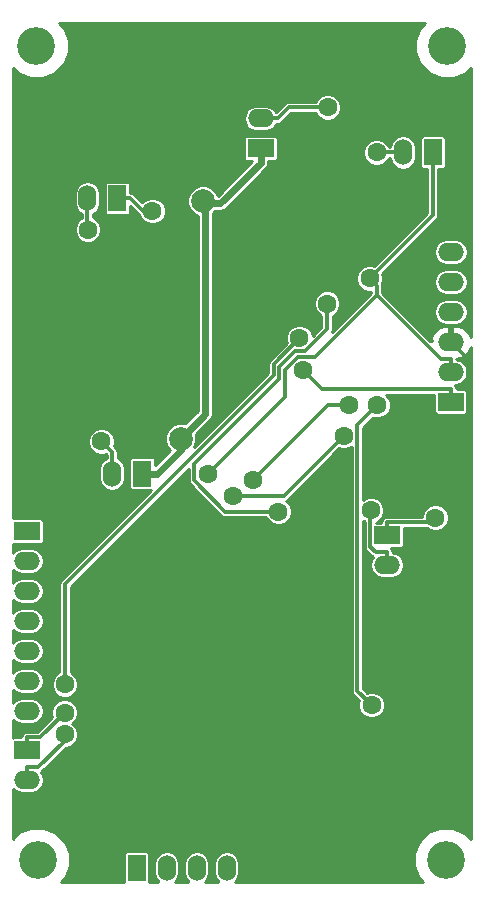
<source format=gbl>
G04 (created by PCBNEW (2013-mar-13)-testing) date Wed 06 Nov 2013 09:32:46 AM CET*
%MOIN*%
G04 Gerber Fmt 3.4, Leading zero omitted, Abs format*
%FSLAX34Y34*%
G01*
G70*
G90*
G04 APERTURE LIST*
%ADD10C,0.005906*%
%ADD11R,0.060000X0.086600*%
%ADD12O,0.060000X0.086600*%
%ADD13R,0.086600X0.060000*%
%ADD14O,0.086600X0.060000*%
%ADD15C,0.126000*%
%ADD16C,0.062992*%
%ADD17C,0.078740*%
%ADD18C,0.011811*%
%ADD19C,0.023622*%
%ADD20C,0.010000*%
G04 APERTURE END LIST*
G54D10*
G54D11*
X56759Y-25039D03*
G54D12*
X55759Y-25039D03*
G54D13*
X43228Y-37669D03*
G54D14*
X43228Y-38669D03*
X43228Y-39669D03*
X43228Y-40669D03*
X43228Y-41669D03*
X43228Y-42669D03*
X43228Y-43669D03*
G54D13*
X43228Y-44972D03*
G54D14*
X43228Y-45972D03*
G54D13*
X57362Y-33366D03*
G54D14*
X57362Y-32366D03*
X57362Y-31366D03*
X57362Y-30366D03*
X57362Y-29366D03*
X57362Y-28366D03*
G54D13*
X55236Y-37807D03*
G54D14*
X55236Y-38807D03*
G54D11*
X47074Y-35748D03*
G54D12*
X46074Y-35748D03*
G54D13*
X51023Y-24909D03*
G54D14*
X51023Y-23909D03*
G54D11*
X46248Y-26574D03*
G54D12*
X45248Y-26574D03*
G54D11*
X46885Y-48897D03*
G54D12*
X47885Y-48897D03*
X48885Y-48897D03*
X49885Y-48897D03*
G54D15*
X57244Y-21496D03*
X43582Y-48622D03*
X57204Y-48622D03*
X43543Y-21496D03*
G54D16*
X49254Y-35763D03*
X54650Y-29239D03*
G54D17*
X49096Y-26657D03*
X48355Y-34579D03*
G54D16*
X53980Y-33468D03*
X50780Y-35960D03*
X52315Y-31227D03*
X44495Y-42774D03*
X53790Y-34485D03*
X50106Y-36489D03*
X52437Y-32307D03*
X53234Y-30078D03*
X51606Y-37012D03*
X54913Y-33464D03*
X54717Y-43462D03*
X55239Y-35845D03*
X44483Y-44444D03*
X53256Y-23535D03*
X45264Y-27612D03*
X45708Y-34675D03*
X47412Y-26994D03*
X44484Y-43715D03*
X54883Y-25039D03*
X54702Y-36967D03*
X56844Y-37217D03*
G54D18*
X57362Y-32366D02*
X57362Y-31936D01*
X56759Y-27129D02*
X54650Y-29239D01*
X56759Y-25039D02*
X56759Y-27129D01*
X57023Y-31936D02*
X57362Y-31936D01*
X54891Y-29804D02*
X57023Y-31936D01*
X54891Y-29480D02*
X54650Y-29239D01*
X54891Y-29804D02*
X54891Y-29480D01*
X51836Y-33180D02*
X49254Y-35763D01*
X51836Y-32278D02*
X51836Y-33180D01*
X52252Y-31862D02*
X51836Y-32278D01*
X52834Y-31862D02*
X52252Y-31862D01*
X54891Y-29804D02*
X52834Y-31862D01*
G54D19*
X51023Y-24909D02*
X51023Y-25398D01*
X49096Y-26657D02*
X49179Y-26741D01*
X49680Y-26741D02*
X51023Y-25398D01*
X49179Y-26741D02*
X49680Y-26741D01*
X47074Y-35748D02*
X47563Y-35748D01*
X48355Y-34956D02*
X48355Y-34579D01*
X47563Y-35748D02*
X48355Y-34956D01*
X49179Y-33755D02*
X48355Y-34579D01*
X49179Y-26741D02*
X49179Y-33755D01*
G54D18*
X53273Y-33468D02*
X53980Y-33468D01*
X50780Y-35960D02*
X53273Y-33468D01*
X44495Y-39438D02*
X44495Y-42774D01*
X51458Y-32475D02*
X44495Y-39438D01*
X51458Y-32084D02*
X51458Y-32475D01*
X52315Y-31227D02*
X51458Y-32084D01*
X51785Y-36489D02*
X53790Y-34485D01*
X50106Y-36489D02*
X51785Y-36489D01*
X57362Y-33366D02*
X57362Y-32936D01*
X53066Y-32936D02*
X52437Y-32307D01*
X57362Y-32936D02*
X53066Y-32936D01*
X49839Y-37012D02*
X51606Y-37012D01*
X48804Y-35977D02*
X49839Y-37012D01*
X48804Y-35423D02*
X48804Y-35977D01*
X51647Y-32579D02*
X48804Y-35423D01*
X51647Y-32199D02*
X51647Y-32579D01*
X52174Y-31672D02*
X51647Y-32199D01*
X52502Y-31672D02*
X52174Y-31672D01*
X53234Y-30941D02*
X52502Y-31672D01*
X53234Y-30078D02*
X53234Y-30941D01*
X54237Y-34140D02*
X54913Y-33464D01*
X54237Y-42982D02*
X54237Y-34140D01*
X54717Y-43462D02*
X54237Y-42982D01*
X55825Y-35845D02*
X55239Y-35845D01*
X57925Y-33745D02*
X55825Y-35845D01*
X57925Y-31929D02*
X57925Y-33745D01*
X57362Y-31366D02*
X57925Y-31929D01*
X43598Y-45542D02*
X43228Y-45542D01*
X44483Y-44658D02*
X43598Y-45542D01*
X44483Y-44444D02*
X44483Y-44658D01*
X43228Y-45972D02*
X43228Y-45542D01*
X51023Y-23909D02*
X51586Y-23909D01*
X51960Y-23535D02*
X53256Y-23535D01*
X51586Y-23909D02*
X51960Y-23535D01*
X45248Y-27596D02*
X45248Y-26574D01*
X45264Y-27612D02*
X45248Y-27596D01*
X46074Y-35042D02*
X45708Y-34675D01*
X46074Y-35748D02*
X46074Y-35042D01*
X47097Y-26994D02*
X47412Y-26994D01*
X46678Y-26574D02*
X47097Y-26994D01*
X46248Y-26574D02*
X46678Y-26574D01*
X43228Y-44972D02*
X43228Y-44542D01*
X43658Y-44542D02*
X44484Y-43715D01*
X43228Y-44542D02*
X43658Y-44542D01*
X55759Y-25039D02*
X54883Y-25039D01*
X55236Y-38807D02*
X55236Y-38377D01*
X54865Y-38377D02*
X55236Y-38377D01*
X54673Y-38184D02*
X54865Y-38377D01*
X54673Y-36996D02*
X54673Y-38184D01*
X54702Y-36967D02*
X54673Y-36996D01*
X55236Y-37807D02*
X55236Y-37377D01*
X56685Y-37377D02*
X56844Y-37217D01*
X55236Y-37377D02*
X56685Y-37377D01*
G54D10*
G36*
X58020Y-47919D02*
X57813Y-47712D01*
X57419Y-47548D01*
X56992Y-47547D01*
X56597Y-47711D01*
X56294Y-48012D01*
X56130Y-48407D01*
X56130Y-48834D01*
X56293Y-49229D01*
X56423Y-49359D01*
X50167Y-49359D01*
X50188Y-49344D01*
X50281Y-49205D01*
X50314Y-49041D01*
X50314Y-48753D01*
X50281Y-48589D01*
X50188Y-48450D01*
X50049Y-48357D01*
X49885Y-48324D01*
X49721Y-48357D01*
X49582Y-48450D01*
X49489Y-48589D01*
X49457Y-48753D01*
X49457Y-49041D01*
X49489Y-49205D01*
X49582Y-49344D01*
X49604Y-49359D01*
X49167Y-49359D01*
X49188Y-49344D01*
X49281Y-49205D01*
X49314Y-49041D01*
X49314Y-48753D01*
X49281Y-48589D01*
X49188Y-48450D01*
X49049Y-48357D01*
X48885Y-48324D01*
X48721Y-48357D01*
X48582Y-48450D01*
X48489Y-48589D01*
X48457Y-48753D01*
X48457Y-49041D01*
X48489Y-49205D01*
X48582Y-49344D01*
X48604Y-49359D01*
X48167Y-49359D01*
X48188Y-49344D01*
X48281Y-49205D01*
X48314Y-49041D01*
X48314Y-48753D01*
X48281Y-48589D01*
X48188Y-48450D01*
X48049Y-48357D01*
X47885Y-48324D01*
X47721Y-48357D01*
X47582Y-48450D01*
X47489Y-48589D01*
X47457Y-48753D01*
X47457Y-49041D01*
X47489Y-49205D01*
X47582Y-49344D01*
X47604Y-49359D01*
X47313Y-49359D01*
X47314Y-49356D01*
X47314Y-49305D01*
X47314Y-48439D01*
X47294Y-48391D01*
X47258Y-48355D01*
X47211Y-48335D01*
X47160Y-48335D01*
X46560Y-48335D01*
X46512Y-48355D01*
X46476Y-48391D01*
X46457Y-48439D01*
X46457Y-48490D01*
X46457Y-49356D01*
X46458Y-49359D01*
X44364Y-49359D01*
X44492Y-49231D01*
X44656Y-48836D01*
X44656Y-48409D01*
X44493Y-48014D01*
X44191Y-47712D01*
X43797Y-47548D01*
X43369Y-47547D01*
X42975Y-47711D01*
X42766Y-47919D01*
X42766Y-46253D01*
X42781Y-46275D01*
X42920Y-46368D01*
X43084Y-46401D01*
X43372Y-46401D01*
X43536Y-46368D01*
X43675Y-46275D01*
X43768Y-46136D01*
X43801Y-45972D01*
X43768Y-45808D01*
X43695Y-45699D01*
X43731Y-45675D01*
X44519Y-44887D01*
X44571Y-44887D01*
X44734Y-44820D01*
X44859Y-44695D01*
X44926Y-44532D01*
X44926Y-44356D01*
X44859Y-44193D01*
X44747Y-44080D01*
X44860Y-43967D01*
X44928Y-43804D01*
X44928Y-43628D01*
X44861Y-43464D01*
X44736Y-43340D01*
X44573Y-43272D01*
X44396Y-43272D01*
X44233Y-43339D01*
X44108Y-43464D01*
X44041Y-43627D01*
X44041Y-43803D01*
X44067Y-43867D01*
X43580Y-44354D01*
X43228Y-44354D01*
X43156Y-44368D01*
X43095Y-44409D01*
X43054Y-44470D01*
X43040Y-44542D01*
X43040Y-44543D01*
X42769Y-44543D01*
X42766Y-44545D01*
X42766Y-43950D01*
X42781Y-43972D01*
X42920Y-44065D01*
X43084Y-44098D01*
X43372Y-44098D01*
X43536Y-44065D01*
X43675Y-43972D01*
X43768Y-43833D01*
X43801Y-43669D01*
X43768Y-43505D01*
X43675Y-43366D01*
X43536Y-43273D01*
X43372Y-43240D01*
X43084Y-43240D01*
X42920Y-43273D01*
X42781Y-43366D01*
X42766Y-43388D01*
X42766Y-42950D01*
X42781Y-42972D01*
X42920Y-43065D01*
X43084Y-43098D01*
X43372Y-43098D01*
X43536Y-43065D01*
X43675Y-42972D01*
X43768Y-42833D01*
X43801Y-42669D01*
X43768Y-42505D01*
X43675Y-42366D01*
X43536Y-42273D01*
X43372Y-42240D01*
X43084Y-42240D01*
X42920Y-42273D01*
X42781Y-42366D01*
X42766Y-42388D01*
X42766Y-41950D01*
X42781Y-41972D01*
X42920Y-42065D01*
X43084Y-42098D01*
X43372Y-42098D01*
X43536Y-42065D01*
X43675Y-41972D01*
X43768Y-41833D01*
X43801Y-41669D01*
X43768Y-41505D01*
X43675Y-41366D01*
X43536Y-41273D01*
X43372Y-41240D01*
X43084Y-41240D01*
X42920Y-41273D01*
X42781Y-41366D01*
X42766Y-41388D01*
X42766Y-40950D01*
X42781Y-40972D01*
X42920Y-41065D01*
X43084Y-41098D01*
X43372Y-41098D01*
X43536Y-41065D01*
X43675Y-40972D01*
X43768Y-40833D01*
X43801Y-40669D01*
X43768Y-40505D01*
X43675Y-40366D01*
X43536Y-40273D01*
X43372Y-40240D01*
X43084Y-40240D01*
X42920Y-40273D01*
X42781Y-40366D01*
X42766Y-40388D01*
X42766Y-39950D01*
X42781Y-39972D01*
X42920Y-40065D01*
X43084Y-40098D01*
X43372Y-40098D01*
X43536Y-40065D01*
X43675Y-39972D01*
X43768Y-39833D01*
X43801Y-39669D01*
X43768Y-39505D01*
X43675Y-39366D01*
X43536Y-39273D01*
X43372Y-39240D01*
X43084Y-39240D01*
X42920Y-39273D01*
X42781Y-39366D01*
X42766Y-39388D01*
X42766Y-38950D01*
X42781Y-38972D01*
X42920Y-39065D01*
X43084Y-39098D01*
X43372Y-39098D01*
X43536Y-39065D01*
X43675Y-38972D01*
X43768Y-38833D01*
X43801Y-38669D01*
X43768Y-38505D01*
X43675Y-38366D01*
X43536Y-38273D01*
X43372Y-38240D01*
X43084Y-38240D01*
X42920Y-38273D01*
X42781Y-38366D01*
X42766Y-38388D01*
X42766Y-38096D01*
X42769Y-38098D01*
X42820Y-38098D01*
X43686Y-38098D01*
X43734Y-38078D01*
X43770Y-38042D01*
X43790Y-37994D01*
X43790Y-37943D01*
X43790Y-37343D01*
X43770Y-37296D01*
X43734Y-37260D01*
X43686Y-37240D01*
X43635Y-37240D01*
X42769Y-37240D01*
X42766Y-37241D01*
X42766Y-22238D01*
X42934Y-22406D01*
X43328Y-22569D01*
X43756Y-22570D01*
X44150Y-22407D01*
X44453Y-22105D01*
X44617Y-21710D01*
X44617Y-21283D01*
X44454Y-20888D01*
X44285Y-20719D01*
X56502Y-20719D01*
X56334Y-20886D01*
X56170Y-21281D01*
X56169Y-21708D01*
X56333Y-22103D01*
X56634Y-22406D01*
X57029Y-22569D01*
X57456Y-22570D01*
X57851Y-22407D01*
X58020Y-22238D01*
X58020Y-31198D01*
X57934Y-31041D01*
X57934Y-30366D01*
X57934Y-29366D01*
X57934Y-28366D01*
X57902Y-28202D01*
X57809Y-28062D01*
X57670Y-27970D01*
X57506Y-27937D01*
X57218Y-27937D01*
X57054Y-27970D01*
X56915Y-28062D01*
X56822Y-28202D01*
X56789Y-28366D01*
X56822Y-28530D01*
X56915Y-28669D01*
X57054Y-28762D01*
X57218Y-28794D01*
X57506Y-28794D01*
X57670Y-28762D01*
X57809Y-28669D01*
X57902Y-28530D01*
X57934Y-28366D01*
X57934Y-29366D01*
X57902Y-29202D01*
X57809Y-29062D01*
X57670Y-28970D01*
X57506Y-28937D01*
X57218Y-28937D01*
X57054Y-28970D01*
X56915Y-29062D01*
X56822Y-29202D01*
X56789Y-29366D01*
X56822Y-29530D01*
X56915Y-29669D01*
X57054Y-29762D01*
X57218Y-29794D01*
X57506Y-29794D01*
X57670Y-29762D01*
X57809Y-29669D01*
X57902Y-29530D01*
X57934Y-29366D01*
X57934Y-30366D01*
X57902Y-30202D01*
X57809Y-30062D01*
X57670Y-29970D01*
X57506Y-29937D01*
X57218Y-29937D01*
X57054Y-29970D01*
X56915Y-30062D01*
X56822Y-30202D01*
X56789Y-30366D01*
X56822Y-30530D01*
X56915Y-30669D01*
X57054Y-30762D01*
X57218Y-30794D01*
X57506Y-30794D01*
X57670Y-30762D01*
X57809Y-30669D01*
X57902Y-30530D01*
X57934Y-30366D01*
X57934Y-31041D01*
X57919Y-31012D01*
X57751Y-30877D01*
X57545Y-30816D01*
X57412Y-30816D01*
X57412Y-31316D01*
X57420Y-31316D01*
X57420Y-31416D01*
X57412Y-31416D01*
X57412Y-31424D01*
X57312Y-31424D01*
X57312Y-31416D01*
X57304Y-31416D01*
X57304Y-31316D01*
X57312Y-31316D01*
X57312Y-30816D01*
X57179Y-30816D01*
X56972Y-30877D01*
X56804Y-31012D01*
X56701Y-31201D01*
X56696Y-31231D01*
X56744Y-31316D01*
X56679Y-31316D01*
X56679Y-31326D01*
X55079Y-29726D01*
X55079Y-29480D01*
X55065Y-29408D01*
X55062Y-29404D01*
X55093Y-29327D01*
X55093Y-29151D01*
X55067Y-29087D01*
X56892Y-27262D01*
X56933Y-27201D01*
X56933Y-27201D01*
X56947Y-27129D01*
X56947Y-25601D01*
X57085Y-25601D01*
X57132Y-25581D01*
X57168Y-25545D01*
X57188Y-25497D01*
X57188Y-25446D01*
X57188Y-24580D01*
X57168Y-24533D01*
X57132Y-24497D01*
X57085Y-24477D01*
X57034Y-24477D01*
X56434Y-24477D01*
X56386Y-24497D01*
X56350Y-24533D01*
X56331Y-24580D01*
X56331Y-24631D01*
X56331Y-25497D01*
X56350Y-25545D01*
X56386Y-25581D01*
X56434Y-25601D01*
X56485Y-25601D01*
X56572Y-25601D01*
X56572Y-27051D01*
X56188Y-27435D01*
X56188Y-25183D01*
X56188Y-24895D01*
X56155Y-24731D01*
X56063Y-24592D01*
X55923Y-24499D01*
X55759Y-24466D01*
X55595Y-24499D01*
X55456Y-24592D01*
X55363Y-24731D01*
X55339Y-24851D01*
X55285Y-24851D01*
X55259Y-24788D01*
X55134Y-24663D01*
X54971Y-24595D01*
X54795Y-24595D01*
X54632Y-24662D01*
X54507Y-24787D01*
X54439Y-24950D01*
X54439Y-25127D01*
X54506Y-25290D01*
X54631Y-25415D01*
X54794Y-25482D01*
X54970Y-25483D01*
X55134Y-25415D01*
X55259Y-25291D01*
X55285Y-25227D01*
X55339Y-25227D01*
X55363Y-25347D01*
X55456Y-25486D01*
X55595Y-25579D01*
X55759Y-25612D01*
X55923Y-25579D01*
X56063Y-25486D01*
X56155Y-25347D01*
X56188Y-25183D01*
X56188Y-27435D01*
X54802Y-28821D01*
X54738Y-28795D01*
X54562Y-28795D01*
X54399Y-28862D01*
X54274Y-28987D01*
X54206Y-29150D01*
X54206Y-29327D01*
X54273Y-29490D01*
X54398Y-29615D01*
X54561Y-29682D01*
X54703Y-29682D01*
X54703Y-29726D01*
X53700Y-30730D01*
X53700Y-23447D01*
X53632Y-23284D01*
X53508Y-23159D01*
X53344Y-23092D01*
X53168Y-23092D01*
X53005Y-23159D01*
X52880Y-23284D01*
X52853Y-23347D01*
X51960Y-23347D01*
X51888Y-23362D01*
X51827Y-23402D01*
X51532Y-23698D01*
X51470Y-23606D01*
X51331Y-23513D01*
X51167Y-23480D01*
X50879Y-23480D01*
X50715Y-23513D01*
X50576Y-23606D01*
X50483Y-23745D01*
X50450Y-23909D01*
X50483Y-24073D01*
X50576Y-24212D01*
X50715Y-24305D01*
X50879Y-24338D01*
X51167Y-24338D01*
X51331Y-24305D01*
X51470Y-24212D01*
X51547Y-24097D01*
X51586Y-24097D01*
X51658Y-24082D01*
X51719Y-24042D01*
X52038Y-23723D01*
X52853Y-23723D01*
X52879Y-23786D01*
X53004Y-23911D01*
X53167Y-23979D01*
X53344Y-23979D01*
X53507Y-23912D01*
X53632Y-23787D01*
X53699Y-23624D01*
X53700Y-23447D01*
X53700Y-30730D01*
X53389Y-31041D01*
X53408Y-31012D01*
X53422Y-30941D01*
X53422Y-30481D01*
X53485Y-30455D01*
X53610Y-30330D01*
X53678Y-30167D01*
X53678Y-29990D01*
X53611Y-29827D01*
X53486Y-29702D01*
X53323Y-29635D01*
X53146Y-29634D01*
X52983Y-29702D01*
X52858Y-29826D01*
X52791Y-29990D01*
X52791Y-30166D01*
X52858Y-30329D01*
X52983Y-30454D01*
X53047Y-30481D01*
X53047Y-30863D01*
X52758Y-31151D01*
X52758Y-31140D01*
X52691Y-30976D01*
X52566Y-30851D01*
X52403Y-30784D01*
X52227Y-30784D01*
X52064Y-30851D01*
X51939Y-30976D01*
X51871Y-31139D01*
X51871Y-31315D01*
X51897Y-31379D01*
X51325Y-31951D01*
X51285Y-32012D01*
X51270Y-32084D01*
X51270Y-32397D01*
X48801Y-34866D01*
X48877Y-34684D01*
X48877Y-34476D01*
X48857Y-34426D01*
X49354Y-33929D01*
X49407Y-33849D01*
X49407Y-33849D01*
X49426Y-33755D01*
X49426Y-27066D01*
X49504Y-26988D01*
X49680Y-26988D01*
X49775Y-26969D01*
X49775Y-26969D01*
X49855Y-26915D01*
X51198Y-25573D01*
X51251Y-25493D01*
X51251Y-25493D01*
X51270Y-25398D01*
X51270Y-25338D01*
X51482Y-25338D01*
X51529Y-25318D01*
X51565Y-25282D01*
X51585Y-25235D01*
X51585Y-25183D01*
X51585Y-24583D01*
X51565Y-24536D01*
X51529Y-24500D01*
X51482Y-24480D01*
X51431Y-24480D01*
X50565Y-24480D01*
X50517Y-24500D01*
X50481Y-24536D01*
X50461Y-24583D01*
X50461Y-24635D01*
X50461Y-25235D01*
X50481Y-25282D01*
X50517Y-25318D01*
X50565Y-25338D01*
X50616Y-25338D01*
X50734Y-25338D01*
X49589Y-26483D01*
X49539Y-26362D01*
X49392Y-26215D01*
X49200Y-26135D01*
X48992Y-26135D01*
X48800Y-26214D01*
X48653Y-26361D01*
X48573Y-26553D01*
X48573Y-26761D01*
X48652Y-26953D01*
X48799Y-27100D01*
X48932Y-27155D01*
X48932Y-33652D01*
X48508Y-34077D01*
X48459Y-34057D01*
X48251Y-34057D01*
X48059Y-34136D01*
X47912Y-34283D01*
X47856Y-34419D01*
X47856Y-26906D01*
X47788Y-26743D01*
X47664Y-26618D01*
X47501Y-26550D01*
X47324Y-26550D01*
X47161Y-26618D01*
X47074Y-26705D01*
X46810Y-26442D01*
X46749Y-26401D01*
X46678Y-26387D01*
X46676Y-26387D01*
X46676Y-26116D01*
X46657Y-26068D01*
X46620Y-26032D01*
X46573Y-26013D01*
X46522Y-26013D01*
X45922Y-26013D01*
X45875Y-26032D01*
X45838Y-26068D01*
X45819Y-26116D01*
X45819Y-26167D01*
X45819Y-27033D01*
X45838Y-27080D01*
X45875Y-27116D01*
X45922Y-27136D01*
X45973Y-27136D01*
X46573Y-27136D01*
X46620Y-27116D01*
X46657Y-27080D01*
X46676Y-27033D01*
X46676Y-26982D01*
X46676Y-26839D01*
X46964Y-27127D01*
X46995Y-27147D01*
X47035Y-27245D01*
X47160Y-27370D01*
X47323Y-27438D01*
X47500Y-27438D01*
X47663Y-27370D01*
X47788Y-27246D01*
X47855Y-27083D01*
X47856Y-26906D01*
X47856Y-34419D01*
X47832Y-34475D01*
X47832Y-34683D01*
X47911Y-34875D01*
X47999Y-34963D01*
X47503Y-35459D01*
X47503Y-35289D01*
X47483Y-35242D01*
X47447Y-35205D01*
X47400Y-35186D01*
X47349Y-35186D01*
X46749Y-35186D01*
X46701Y-35205D01*
X46665Y-35242D01*
X46646Y-35289D01*
X46646Y-35340D01*
X46646Y-36206D01*
X46665Y-36253D01*
X46701Y-36290D01*
X46749Y-36309D01*
X46800Y-36309D01*
X47358Y-36309D01*
X46503Y-37164D01*
X46503Y-35892D01*
X46503Y-35604D01*
X46470Y-35439D01*
X46377Y-35300D01*
X46262Y-35223D01*
X46262Y-35042D01*
X46248Y-34970D01*
X46207Y-34909D01*
X46125Y-34827D01*
X46152Y-34764D01*
X46152Y-34587D01*
X46084Y-34424D01*
X45960Y-34299D01*
X45797Y-34232D01*
X45707Y-34232D01*
X45707Y-27524D01*
X45640Y-27361D01*
X45515Y-27236D01*
X45435Y-27203D01*
X45435Y-27099D01*
X45551Y-27021D01*
X45644Y-26882D01*
X45676Y-26718D01*
X45676Y-26430D01*
X45644Y-26266D01*
X45551Y-26127D01*
X45412Y-26034D01*
X45248Y-26002D01*
X45083Y-26034D01*
X44944Y-26127D01*
X44851Y-26266D01*
X44819Y-26430D01*
X44819Y-26718D01*
X44851Y-26882D01*
X44944Y-27021D01*
X45060Y-27099D01*
X45060Y-27216D01*
X45013Y-27236D01*
X44888Y-27361D01*
X44820Y-27524D01*
X44820Y-27700D01*
X44887Y-27863D01*
X45012Y-27988D01*
X45175Y-28056D01*
X45351Y-28056D01*
X45515Y-27989D01*
X45639Y-27864D01*
X45707Y-27701D01*
X45707Y-27524D01*
X45707Y-34232D01*
X45620Y-34231D01*
X45457Y-34299D01*
X45332Y-34424D01*
X45264Y-34587D01*
X45264Y-34763D01*
X45332Y-34926D01*
X45456Y-35051D01*
X45619Y-35119D01*
X45796Y-35119D01*
X45860Y-35093D01*
X45887Y-35119D01*
X45887Y-35223D01*
X45771Y-35300D01*
X45678Y-35439D01*
X45646Y-35604D01*
X45646Y-35892D01*
X45678Y-36056D01*
X45771Y-36195D01*
X45910Y-36288D01*
X46074Y-36320D01*
X46238Y-36288D01*
X46377Y-36195D01*
X46470Y-36056D01*
X46503Y-35892D01*
X46503Y-37164D01*
X44362Y-39305D01*
X44322Y-39366D01*
X44307Y-39438D01*
X44307Y-42371D01*
X44244Y-42397D01*
X44119Y-42522D01*
X44052Y-42685D01*
X44051Y-42862D01*
X44119Y-43025D01*
X44244Y-43150D01*
X44407Y-43217D01*
X44583Y-43217D01*
X44746Y-43150D01*
X44871Y-43025D01*
X44939Y-42862D01*
X44939Y-42686D01*
X44872Y-42523D01*
X44747Y-42398D01*
X44683Y-42371D01*
X44683Y-39515D01*
X48616Y-35582D01*
X48616Y-35977D01*
X48631Y-36048D01*
X48671Y-36109D01*
X49706Y-37145D01*
X49767Y-37185D01*
X49839Y-37200D01*
X51203Y-37200D01*
X51229Y-37263D01*
X51354Y-37388D01*
X51517Y-37455D01*
X51694Y-37456D01*
X51857Y-37388D01*
X51982Y-37263D01*
X52049Y-37100D01*
X52050Y-36924D01*
X51982Y-36761D01*
X51873Y-36652D01*
X51918Y-36622D01*
X53638Y-34902D01*
X53701Y-34928D01*
X53878Y-34929D01*
X54041Y-34861D01*
X54049Y-34853D01*
X54049Y-42982D01*
X54063Y-43054D01*
X54104Y-43114D01*
X54300Y-43311D01*
X54274Y-43374D01*
X54274Y-43550D01*
X54341Y-43714D01*
X54466Y-43838D01*
X54629Y-43906D01*
X54805Y-43906D01*
X54968Y-43839D01*
X55093Y-43714D01*
X55161Y-43551D01*
X55161Y-43375D01*
X55094Y-43211D01*
X54969Y-43087D01*
X54806Y-43019D01*
X54629Y-43019D01*
X54566Y-43045D01*
X54424Y-42904D01*
X54424Y-37317D01*
X54450Y-37343D01*
X54485Y-37357D01*
X54485Y-38184D01*
X54499Y-38256D01*
X54540Y-38317D01*
X54732Y-38509D01*
X54768Y-38533D01*
X54696Y-38643D01*
X54663Y-38807D01*
X54696Y-38971D01*
X54789Y-39110D01*
X54928Y-39203D01*
X55092Y-39235D01*
X55380Y-39235D01*
X55544Y-39203D01*
X55683Y-39110D01*
X55776Y-38971D01*
X55808Y-38807D01*
X55776Y-38643D01*
X55683Y-38503D01*
X55544Y-38410D01*
X55424Y-38387D01*
X55424Y-38377D01*
X55409Y-38305D01*
X55369Y-38244D01*
X55356Y-38235D01*
X55694Y-38235D01*
X55742Y-38216D01*
X55778Y-38180D01*
X55797Y-38132D01*
X55797Y-38081D01*
X55797Y-37564D01*
X56564Y-37564D01*
X56593Y-37593D01*
X56756Y-37661D01*
X56932Y-37661D01*
X57095Y-37594D01*
X57220Y-37469D01*
X57288Y-37306D01*
X57288Y-37130D01*
X57221Y-36966D01*
X57096Y-36842D01*
X56933Y-36774D01*
X56756Y-36774D01*
X56593Y-36841D01*
X56468Y-36966D01*
X56401Y-37129D01*
X56401Y-37189D01*
X55236Y-37189D01*
X55164Y-37203D01*
X55103Y-37244D01*
X55062Y-37305D01*
X55048Y-37377D01*
X55048Y-37378D01*
X54869Y-37378D01*
X54953Y-37343D01*
X55078Y-37218D01*
X55145Y-37055D01*
X55146Y-36879D01*
X55078Y-36716D01*
X54953Y-36591D01*
X54790Y-36523D01*
X54614Y-36523D01*
X54451Y-36590D01*
X54424Y-36617D01*
X54424Y-34217D01*
X54761Y-33881D01*
X54824Y-33907D01*
X55000Y-33907D01*
X55164Y-33840D01*
X55289Y-33715D01*
X55356Y-33552D01*
X55356Y-33376D01*
X55289Y-33213D01*
X55200Y-33123D01*
X56800Y-33123D01*
X56800Y-33691D01*
X56820Y-33739D01*
X56856Y-33775D01*
X56903Y-33794D01*
X56954Y-33794D01*
X57820Y-33794D01*
X57868Y-33775D01*
X57904Y-33739D01*
X57923Y-33691D01*
X57923Y-33640D01*
X57923Y-33040D01*
X57904Y-32993D01*
X57868Y-32957D01*
X57820Y-32937D01*
X57769Y-32937D01*
X57550Y-32937D01*
X57550Y-32936D01*
X57535Y-32864D01*
X57494Y-32803D01*
X57482Y-32794D01*
X57506Y-32794D01*
X57670Y-32762D01*
X57809Y-32669D01*
X57902Y-32530D01*
X57934Y-32366D01*
X57902Y-32202D01*
X57809Y-32062D01*
X57670Y-31970D01*
X57550Y-31946D01*
X57550Y-31936D01*
X57545Y-31915D01*
X57751Y-31855D01*
X57919Y-31719D01*
X58020Y-31533D01*
X58020Y-47919D01*
X58020Y-47919D01*
G37*
G54D20*
X58020Y-47919D02*
X57813Y-47712D01*
X57419Y-47548D01*
X56992Y-47547D01*
X56597Y-47711D01*
X56294Y-48012D01*
X56130Y-48407D01*
X56130Y-48834D01*
X56293Y-49229D01*
X56423Y-49359D01*
X50167Y-49359D01*
X50188Y-49344D01*
X50281Y-49205D01*
X50314Y-49041D01*
X50314Y-48753D01*
X50281Y-48589D01*
X50188Y-48450D01*
X50049Y-48357D01*
X49885Y-48324D01*
X49721Y-48357D01*
X49582Y-48450D01*
X49489Y-48589D01*
X49457Y-48753D01*
X49457Y-49041D01*
X49489Y-49205D01*
X49582Y-49344D01*
X49604Y-49359D01*
X49167Y-49359D01*
X49188Y-49344D01*
X49281Y-49205D01*
X49314Y-49041D01*
X49314Y-48753D01*
X49281Y-48589D01*
X49188Y-48450D01*
X49049Y-48357D01*
X48885Y-48324D01*
X48721Y-48357D01*
X48582Y-48450D01*
X48489Y-48589D01*
X48457Y-48753D01*
X48457Y-49041D01*
X48489Y-49205D01*
X48582Y-49344D01*
X48604Y-49359D01*
X48167Y-49359D01*
X48188Y-49344D01*
X48281Y-49205D01*
X48314Y-49041D01*
X48314Y-48753D01*
X48281Y-48589D01*
X48188Y-48450D01*
X48049Y-48357D01*
X47885Y-48324D01*
X47721Y-48357D01*
X47582Y-48450D01*
X47489Y-48589D01*
X47457Y-48753D01*
X47457Y-49041D01*
X47489Y-49205D01*
X47582Y-49344D01*
X47604Y-49359D01*
X47313Y-49359D01*
X47314Y-49356D01*
X47314Y-49305D01*
X47314Y-48439D01*
X47294Y-48391D01*
X47258Y-48355D01*
X47211Y-48335D01*
X47160Y-48335D01*
X46560Y-48335D01*
X46512Y-48355D01*
X46476Y-48391D01*
X46457Y-48439D01*
X46457Y-48490D01*
X46457Y-49356D01*
X46458Y-49359D01*
X44364Y-49359D01*
X44492Y-49231D01*
X44656Y-48836D01*
X44656Y-48409D01*
X44493Y-48014D01*
X44191Y-47712D01*
X43797Y-47548D01*
X43369Y-47547D01*
X42975Y-47711D01*
X42766Y-47919D01*
X42766Y-46253D01*
X42781Y-46275D01*
X42920Y-46368D01*
X43084Y-46401D01*
X43372Y-46401D01*
X43536Y-46368D01*
X43675Y-46275D01*
X43768Y-46136D01*
X43801Y-45972D01*
X43768Y-45808D01*
X43695Y-45699D01*
X43731Y-45675D01*
X44519Y-44887D01*
X44571Y-44887D01*
X44734Y-44820D01*
X44859Y-44695D01*
X44926Y-44532D01*
X44926Y-44356D01*
X44859Y-44193D01*
X44747Y-44080D01*
X44860Y-43967D01*
X44928Y-43804D01*
X44928Y-43628D01*
X44861Y-43464D01*
X44736Y-43340D01*
X44573Y-43272D01*
X44396Y-43272D01*
X44233Y-43339D01*
X44108Y-43464D01*
X44041Y-43627D01*
X44041Y-43803D01*
X44067Y-43867D01*
X43580Y-44354D01*
X43228Y-44354D01*
X43156Y-44368D01*
X43095Y-44409D01*
X43054Y-44470D01*
X43040Y-44542D01*
X43040Y-44543D01*
X42769Y-44543D01*
X42766Y-44545D01*
X42766Y-43950D01*
X42781Y-43972D01*
X42920Y-44065D01*
X43084Y-44098D01*
X43372Y-44098D01*
X43536Y-44065D01*
X43675Y-43972D01*
X43768Y-43833D01*
X43801Y-43669D01*
X43768Y-43505D01*
X43675Y-43366D01*
X43536Y-43273D01*
X43372Y-43240D01*
X43084Y-43240D01*
X42920Y-43273D01*
X42781Y-43366D01*
X42766Y-43388D01*
X42766Y-42950D01*
X42781Y-42972D01*
X42920Y-43065D01*
X43084Y-43098D01*
X43372Y-43098D01*
X43536Y-43065D01*
X43675Y-42972D01*
X43768Y-42833D01*
X43801Y-42669D01*
X43768Y-42505D01*
X43675Y-42366D01*
X43536Y-42273D01*
X43372Y-42240D01*
X43084Y-42240D01*
X42920Y-42273D01*
X42781Y-42366D01*
X42766Y-42388D01*
X42766Y-41950D01*
X42781Y-41972D01*
X42920Y-42065D01*
X43084Y-42098D01*
X43372Y-42098D01*
X43536Y-42065D01*
X43675Y-41972D01*
X43768Y-41833D01*
X43801Y-41669D01*
X43768Y-41505D01*
X43675Y-41366D01*
X43536Y-41273D01*
X43372Y-41240D01*
X43084Y-41240D01*
X42920Y-41273D01*
X42781Y-41366D01*
X42766Y-41388D01*
X42766Y-40950D01*
X42781Y-40972D01*
X42920Y-41065D01*
X43084Y-41098D01*
X43372Y-41098D01*
X43536Y-41065D01*
X43675Y-40972D01*
X43768Y-40833D01*
X43801Y-40669D01*
X43768Y-40505D01*
X43675Y-40366D01*
X43536Y-40273D01*
X43372Y-40240D01*
X43084Y-40240D01*
X42920Y-40273D01*
X42781Y-40366D01*
X42766Y-40388D01*
X42766Y-39950D01*
X42781Y-39972D01*
X42920Y-40065D01*
X43084Y-40098D01*
X43372Y-40098D01*
X43536Y-40065D01*
X43675Y-39972D01*
X43768Y-39833D01*
X43801Y-39669D01*
X43768Y-39505D01*
X43675Y-39366D01*
X43536Y-39273D01*
X43372Y-39240D01*
X43084Y-39240D01*
X42920Y-39273D01*
X42781Y-39366D01*
X42766Y-39388D01*
X42766Y-38950D01*
X42781Y-38972D01*
X42920Y-39065D01*
X43084Y-39098D01*
X43372Y-39098D01*
X43536Y-39065D01*
X43675Y-38972D01*
X43768Y-38833D01*
X43801Y-38669D01*
X43768Y-38505D01*
X43675Y-38366D01*
X43536Y-38273D01*
X43372Y-38240D01*
X43084Y-38240D01*
X42920Y-38273D01*
X42781Y-38366D01*
X42766Y-38388D01*
X42766Y-38096D01*
X42769Y-38098D01*
X42820Y-38098D01*
X43686Y-38098D01*
X43734Y-38078D01*
X43770Y-38042D01*
X43790Y-37994D01*
X43790Y-37943D01*
X43790Y-37343D01*
X43770Y-37296D01*
X43734Y-37260D01*
X43686Y-37240D01*
X43635Y-37240D01*
X42769Y-37240D01*
X42766Y-37241D01*
X42766Y-22238D01*
X42934Y-22406D01*
X43328Y-22569D01*
X43756Y-22570D01*
X44150Y-22407D01*
X44453Y-22105D01*
X44617Y-21710D01*
X44617Y-21283D01*
X44454Y-20888D01*
X44285Y-20719D01*
X56502Y-20719D01*
X56334Y-20886D01*
X56170Y-21281D01*
X56169Y-21708D01*
X56333Y-22103D01*
X56634Y-22406D01*
X57029Y-22569D01*
X57456Y-22570D01*
X57851Y-22407D01*
X58020Y-22238D01*
X58020Y-31198D01*
X57934Y-31041D01*
X57934Y-30366D01*
X57934Y-29366D01*
X57934Y-28366D01*
X57902Y-28202D01*
X57809Y-28062D01*
X57670Y-27970D01*
X57506Y-27937D01*
X57218Y-27937D01*
X57054Y-27970D01*
X56915Y-28062D01*
X56822Y-28202D01*
X56789Y-28366D01*
X56822Y-28530D01*
X56915Y-28669D01*
X57054Y-28762D01*
X57218Y-28794D01*
X57506Y-28794D01*
X57670Y-28762D01*
X57809Y-28669D01*
X57902Y-28530D01*
X57934Y-28366D01*
X57934Y-29366D01*
X57902Y-29202D01*
X57809Y-29062D01*
X57670Y-28970D01*
X57506Y-28937D01*
X57218Y-28937D01*
X57054Y-28970D01*
X56915Y-29062D01*
X56822Y-29202D01*
X56789Y-29366D01*
X56822Y-29530D01*
X56915Y-29669D01*
X57054Y-29762D01*
X57218Y-29794D01*
X57506Y-29794D01*
X57670Y-29762D01*
X57809Y-29669D01*
X57902Y-29530D01*
X57934Y-29366D01*
X57934Y-30366D01*
X57902Y-30202D01*
X57809Y-30062D01*
X57670Y-29970D01*
X57506Y-29937D01*
X57218Y-29937D01*
X57054Y-29970D01*
X56915Y-30062D01*
X56822Y-30202D01*
X56789Y-30366D01*
X56822Y-30530D01*
X56915Y-30669D01*
X57054Y-30762D01*
X57218Y-30794D01*
X57506Y-30794D01*
X57670Y-30762D01*
X57809Y-30669D01*
X57902Y-30530D01*
X57934Y-30366D01*
X57934Y-31041D01*
X57919Y-31012D01*
X57751Y-30877D01*
X57545Y-30816D01*
X57412Y-30816D01*
X57412Y-31316D01*
X57420Y-31316D01*
X57420Y-31416D01*
X57412Y-31416D01*
X57412Y-31424D01*
X57312Y-31424D01*
X57312Y-31416D01*
X57304Y-31416D01*
X57304Y-31316D01*
X57312Y-31316D01*
X57312Y-30816D01*
X57179Y-30816D01*
X56972Y-30877D01*
X56804Y-31012D01*
X56701Y-31201D01*
X56696Y-31231D01*
X56744Y-31316D01*
X56679Y-31316D01*
X56679Y-31326D01*
X55079Y-29726D01*
X55079Y-29480D01*
X55065Y-29408D01*
X55062Y-29404D01*
X55093Y-29327D01*
X55093Y-29151D01*
X55067Y-29087D01*
X56892Y-27262D01*
X56933Y-27201D01*
X56933Y-27201D01*
X56947Y-27129D01*
X56947Y-25601D01*
X57085Y-25601D01*
X57132Y-25581D01*
X57168Y-25545D01*
X57188Y-25497D01*
X57188Y-25446D01*
X57188Y-24580D01*
X57168Y-24533D01*
X57132Y-24497D01*
X57085Y-24477D01*
X57034Y-24477D01*
X56434Y-24477D01*
X56386Y-24497D01*
X56350Y-24533D01*
X56331Y-24580D01*
X56331Y-24631D01*
X56331Y-25497D01*
X56350Y-25545D01*
X56386Y-25581D01*
X56434Y-25601D01*
X56485Y-25601D01*
X56572Y-25601D01*
X56572Y-27051D01*
X56188Y-27435D01*
X56188Y-25183D01*
X56188Y-24895D01*
X56155Y-24731D01*
X56063Y-24592D01*
X55923Y-24499D01*
X55759Y-24466D01*
X55595Y-24499D01*
X55456Y-24592D01*
X55363Y-24731D01*
X55339Y-24851D01*
X55285Y-24851D01*
X55259Y-24788D01*
X55134Y-24663D01*
X54971Y-24595D01*
X54795Y-24595D01*
X54632Y-24662D01*
X54507Y-24787D01*
X54439Y-24950D01*
X54439Y-25127D01*
X54506Y-25290D01*
X54631Y-25415D01*
X54794Y-25482D01*
X54970Y-25483D01*
X55134Y-25415D01*
X55259Y-25291D01*
X55285Y-25227D01*
X55339Y-25227D01*
X55363Y-25347D01*
X55456Y-25486D01*
X55595Y-25579D01*
X55759Y-25612D01*
X55923Y-25579D01*
X56063Y-25486D01*
X56155Y-25347D01*
X56188Y-25183D01*
X56188Y-27435D01*
X54802Y-28821D01*
X54738Y-28795D01*
X54562Y-28795D01*
X54399Y-28862D01*
X54274Y-28987D01*
X54206Y-29150D01*
X54206Y-29327D01*
X54273Y-29490D01*
X54398Y-29615D01*
X54561Y-29682D01*
X54703Y-29682D01*
X54703Y-29726D01*
X53700Y-30730D01*
X53700Y-23447D01*
X53632Y-23284D01*
X53508Y-23159D01*
X53344Y-23092D01*
X53168Y-23092D01*
X53005Y-23159D01*
X52880Y-23284D01*
X52853Y-23347D01*
X51960Y-23347D01*
X51888Y-23362D01*
X51827Y-23402D01*
X51532Y-23698D01*
X51470Y-23606D01*
X51331Y-23513D01*
X51167Y-23480D01*
X50879Y-23480D01*
X50715Y-23513D01*
X50576Y-23606D01*
X50483Y-23745D01*
X50450Y-23909D01*
X50483Y-24073D01*
X50576Y-24212D01*
X50715Y-24305D01*
X50879Y-24338D01*
X51167Y-24338D01*
X51331Y-24305D01*
X51470Y-24212D01*
X51547Y-24097D01*
X51586Y-24097D01*
X51658Y-24082D01*
X51719Y-24042D01*
X52038Y-23723D01*
X52853Y-23723D01*
X52879Y-23786D01*
X53004Y-23911D01*
X53167Y-23979D01*
X53344Y-23979D01*
X53507Y-23912D01*
X53632Y-23787D01*
X53699Y-23624D01*
X53700Y-23447D01*
X53700Y-30730D01*
X53389Y-31041D01*
X53408Y-31012D01*
X53422Y-30941D01*
X53422Y-30481D01*
X53485Y-30455D01*
X53610Y-30330D01*
X53678Y-30167D01*
X53678Y-29990D01*
X53611Y-29827D01*
X53486Y-29702D01*
X53323Y-29635D01*
X53146Y-29634D01*
X52983Y-29702D01*
X52858Y-29826D01*
X52791Y-29990D01*
X52791Y-30166D01*
X52858Y-30329D01*
X52983Y-30454D01*
X53047Y-30481D01*
X53047Y-30863D01*
X52758Y-31151D01*
X52758Y-31140D01*
X52691Y-30976D01*
X52566Y-30851D01*
X52403Y-30784D01*
X52227Y-30784D01*
X52064Y-30851D01*
X51939Y-30976D01*
X51871Y-31139D01*
X51871Y-31315D01*
X51897Y-31379D01*
X51325Y-31951D01*
X51285Y-32012D01*
X51270Y-32084D01*
X51270Y-32397D01*
X48801Y-34866D01*
X48877Y-34684D01*
X48877Y-34476D01*
X48857Y-34426D01*
X49354Y-33929D01*
X49407Y-33849D01*
X49407Y-33849D01*
X49426Y-33755D01*
X49426Y-27066D01*
X49504Y-26988D01*
X49680Y-26988D01*
X49775Y-26969D01*
X49775Y-26969D01*
X49855Y-26915D01*
X51198Y-25573D01*
X51251Y-25493D01*
X51251Y-25493D01*
X51270Y-25398D01*
X51270Y-25338D01*
X51482Y-25338D01*
X51529Y-25318D01*
X51565Y-25282D01*
X51585Y-25235D01*
X51585Y-25183D01*
X51585Y-24583D01*
X51565Y-24536D01*
X51529Y-24500D01*
X51482Y-24480D01*
X51431Y-24480D01*
X50565Y-24480D01*
X50517Y-24500D01*
X50481Y-24536D01*
X50461Y-24583D01*
X50461Y-24635D01*
X50461Y-25235D01*
X50481Y-25282D01*
X50517Y-25318D01*
X50565Y-25338D01*
X50616Y-25338D01*
X50734Y-25338D01*
X49589Y-26483D01*
X49539Y-26362D01*
X49392Y-26215D01*
X49200Y-26135D01*
X48992Y-26135D01*
X48800Y-26214D01*
X48653Y-26361D01*
X48573Y-26553D01*
X48573Y-26761D01*
X48652Y-26953D01*
X48799Y-27100D01*
X48932Y-27155D01*
X48932Y-33652D01*
X48508Y-34077D01*
X48459Y-34057D01*
X48251Y-34057D01*
X48059Y-34136D01*
X47912Y-34283D01*
X47856Y-34419D01*
X47856Y-26906D01*
X47788Y-26743D01*
X47664Y-26618D01*
X47501Y-26550D01*
X47324Y-26550D01*
X47161Y-26618D01*
X47074Y-26705D01*
X46810Y-26442D01*
X46749Y-26401D01*
X46678Y-26387D01*
X46676Y-26387D01*
X46676Y-26116D01*
X46657Y-26068D01*
X46620Y-26032D01*
X46573Y-26013D01*
X46522Y-26013D01*
X45922Y-26013D01*
X45875Y-26032D01*
X45838Y-26068D01*
X45819Y-26116D01*
X45819Y-26167D01*
X45819Y-27033D01*
X45838Y-27080D01*
X45875Y-27116D01*
X45922Y-27136D01*
X45973Y-27136D01*
X46573Y-27136D01*
X46620Y-27116D01*
X46657Y-27080D01*
X46676Y-27033D01*
X46676Y-26982D01*
X46676Y-26839D01*
X46964Y-27127D01*
X46995Y-27147D01*
X47035Y-27245D01*
X47160Y-27370D01*
X47323Y-27438D01*
X47500Y-27438D01*
X47663Y-27370D01*
X47788Y-27246D01*
X47855Y-27083D01*
X47856Y-26906D01*
X47856Y-34419D01*
X47832Y-34475D01*
X47832Y-34683D01*
X47911Y-34875D01*
X47999Y-34963D01*
X47503Y-35459D01*
X47503Y-35289D01*
X47483Y-35242D01*
X47447Y-35205D01*
X47400Y-35186D01*
X47349Y-35186D01*
X46749Y-35186D01*
X46701Y-35205D01*
X46665Y-35242D01*
X46646Y-35289D01*
X46646Y-35340D01*
X46646Y-36206D01*
X46665Y-36253D01*
X46701Y-36290D01*
X46749Y-36309D01*
X46800Y-36309D01*
X47358Y-36309D01*
X46503Y-37164D01*
X46503Y-35892D01*
X46503Y-35604D01*
X46470Y-35439D01*
X46377Y-35300D01*
X46262Y-35223D01*
X46262Y-35042D01*
X46248Y-34970D01*
X46207Y-34909D01*
X46125Y-34827D01*
X46152Y-34764D01*
X46152Y-34587D01*
X46084Y-34424D01*
X45960Y-34299D01*
X45797Y-34232D01*
X45707Y-34232D01*
X45707Y-27524D01*
X45640Y-27361D01*
X45515Y-27236D01*
X45435Y-27203D01*
X45435Y-27099D01*
X45551Y-27021D01*
X45644Y-26882D01*
X45676Y-26718D01*
X45676Y-26430D01*
X45644Y-26266D01*
X45551Y-26127D01*
X45412Y-26034D01*
X45248Y-26002D01*
X45083Y-26034D01*
X44944Y-26127D01*
X44851Y-26266D01*
X44819Y-26430D01*
X44819Y-26718D01*
X44851Y-26882D01*
X44944Y-27021D01*
X45060Y-27099D01*
X45060Y-27216D01*
X45013Y-27236D01*
X44888Y-27361D01*
X44820Y-27524D01*
X44820Y-27700D01*
X44887Y-27863D01*
X45012Y-27988D01*
X45175Y-28056D01*
X45351Y-28056D01*
X45515Y-27989D01*
X45639Y-27864D01*
X45707Y-27701D01*
X45707Y-27524D01*
X45707Y-34232D01*
X45620Y-34231D01*
X45457Y-34299D01*
X45332Y-34424D01*
X45264Y-34587D01*
X45264Y-34763D01*
X45332Y-34926D01*
X45456Y-35051D01*
X45619Y-35119D01*
X45796Y-35119D01*
X45860Y-35093D01*
X45887Y-35119D01*
X45887Y-35223D01*
X45771Y-35300D01*
X45678Y-35439D01*
X45646Y-35604D01*
X45646Y-35892D01*
X45678Y-36056D01*
X45771Y-36195D01*
X45910Y-36288D01*
X46074Y-36320D01*
X46238Y-36288D01*
X46377Y-36195D01*
X46470Y-36056D01*
X46503Y-35892D01*
X46503Y-37164D01*
X44362Y-39305D01*
X44322Y-39366D01*
X44307Y-39438D01*
X44307Y-42371D01*
X44244Y-42397D01*
X44119Y-42522D01*
X44052Y-42685D01*
X44051Y-42862D01*
X44119Y-43025D01*
X44244Y-43150D01*
X44407Y-43217D01*
X44583Y-43217D01*
X44746Y-43150D01*
X44871Y-43025D01*
X44939Y-42862D01*
X44939Y-42686D01*
X44872Y-42523D01*
X44747Y-42398D01*
X44683Y-42371D01*
X44683Y-39515D01*
X48616Y-35582D01*
X48616Y-35977D01*
X48631Y-36048D01*
X48671Y-36109D01*
X49706Y-37145D01*
X49767Y-37185D01*
X49839Y-37200D01*
X51203Y-37200D01*
X51229Y-37263D01*
X51354Y-37388D01*
X51517Y-37455D01*
X51694Y-37456D01*
X51857Y-37388D01*
X51982Y-37263D01*
X52049Y-37100D01*
X52050Y-36924D01*
X51982Y-36761D01*
X51873Y-36652D01*
X51918Y-36622D01*
X53638Y-34902D01*
X53701Y-34928D01*
X53878Y-34929D01*
X54041Y-34861D01*
X54049Y-34853D01*
X54049Y-42982D01*
X54063Y-43054D01*
X54104Y-43114D01*
X54300Y-43311D01*
X54274Y-43374D01*
X54274Y-43550D01*
X54341Y-43714D01*
X54466Y-43838D01*
X54629Y-43906D01*
X54805Y-43906D01*
X54968Y-43839D01*
X55093Y-43714D01*
X55161Y-43551D01*
X55161Y-43375D01*
X55094Y-43211D01*
X54969Y-43087D01*
X54806Y-43019D01*
X54629Y-43019D01*
X54566Y-43045D01*
X54424Y-42904D01*
X54424Y-37317D01*
X54450Y-37343D01*
X54485Y-37357D01*
X54485Y-38184D01*
X54499Y-38256D01*
X54540Y-38317D01*
X54732Y-38509D01*
X54768Y-38533D01*
X54696Y-38643D01*
X54663Y-38807D01*
X54696Y-38971D01*
X54789Y-39110D01*
X54928Y-39203D01*
X55092Y-39235D01*
X55380Y-39235D01*
X55544Y-39203D01*
X55683Y-39110D01*
X55776Y-38971D01*
X55808Y-38807D01*
X55776Y-38643D01*
X55683Y-38503D01*
X55544Y-38410D01*
X55424Y-38387D01*
X55424Y-38377D01*
X55409Y-38305D01*
X55369Y-38244D01*
X55356Y-38235D01*
X55694Y-38235D01*
X55742Y-38216D01*
X55778Y-38180D01*
X55797Y-38132D01*
X55797Y-38081D01*
X55797Y-37564D01*
X56564Y-37564D01*
X56593Y-37593D01*
X56756Y-37661D01*
X56932Y-37661D01*
X57095Y-37594D01*
X57220Y-37469D01*
X57288Y-37306D01*
X57288Y-37130D01*
X57221Y-36966D01*
X57096Y-36842D01*
X56933Y-36774D01*
X56756Y-36774D01*
X56593Y-36841D01*
X56468Y-36966D01*
X56401Y-37129D01*
X56401Y-37189D01*
X55236Y-37189D01*
X55164Y-37203D01*
X55103Y-37244D01*
X55062Y-37305D01*
X55048Y-37377D01*
X55048Y-37378D01*
X54869Y-37378D01*
X54953Y-37343D01*
X55078Y-37218D01*
X55145Y-37055D01*
X55146Y-36879D01*
X55078Y-36716D01*
X54953Y-36591D01*
X54790Y-36523D01*
X54614Y-36523D01*
X54451Y-36590D01*
X54424Y-36617D01*
X54424Y-34217D01*
X54761Y-33881D01*
X54824Y-33907D01*
X55000Y-33907D01*
X55164Y-33840D01*
X55289Y-33715D01*
X55356Y-33552D01*
X55356Y-33376D01*
X55289Y-33213D01*
X55200Y-33123D01*
X56800Y-33123D01*
X56800Y-33691D01*
X56820Y-33739D01*
X56856Y-33775D01*
X56903Y-33794D01*
X56954Y-33794D01*
X57820Y-33794D01*
X57868Y-33775D01*
X57904Y-33739D01*
X57923Y-33691D01*
X57923Y-33640D01*
X57923Y-33040D01*
X57904Y-32993D01*
X57868Y-32957D01*
X57820Y-32937D01*
X57769Y-32937D01*
X57550Y-32937D01*
X57550Y-32936D01*
X57535Y-32864D01*
X57494Y-32803D01*
X57482Y-32794D01*
X57506Y-32794D01*
X57670Y-32762D01*
X57809Y-32669D01*
X57902Y-32530D01*
X57934Y-32366D01*
X57902Y-32202D01*
X57809Y-32062D01*
X57670Y-31970D01*
X57550Y-31946D01*
X57550Y-31936D01*
X57545Y-31915D01*
X57751Y-31855D01*
X57919Y-31719D01*
X58020Y-31533D01*
X58020Y-47919D01*
M02*

</source>
